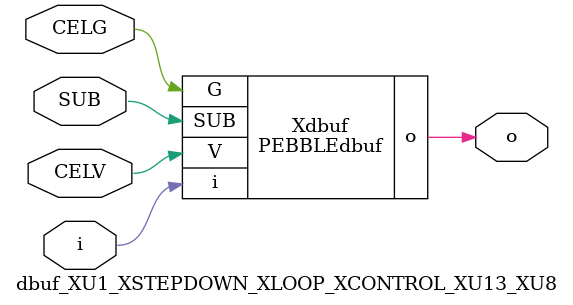
<source format=v>



module PEBBLEdbuf ( o, G, SUB, V, i );

  input V;
  input i;
  input G;
  output o;
  input SUB;
endmodule

//Celera Confidential Do Not Copy dbuf_XU1_XSTEPDOWN_XLOOP_XCONTROL_XU13_XU8
//Celera Confidential Symbol Generator
//Digital Buffer
module dbuf_XU1_XSTEPDOWN_XLOOP_XCONTROL_XU13_XU8 (CELV,CELG,i,o,SUB);
input CELV;
input CELG;
input i;
input SUB;
output o;

//Celera Confidential Do Not Copy dbuf
PEBBLEdbuf Xdbuf(
.V (CELV),
.i (i),
.o (o),
.SUB (SUB),
.G (CELG)
);
//,diesize,PEBBLEdbuf

//Celera Confidential Do Not Copy Module End
//Celera Schematic Generator
endmodule

</source>
